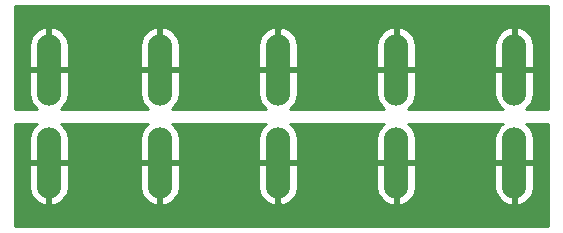
<source format=gbr>
G04 #@! TF.GenerationSoftware,KiCad,Pcbnew,5.1.5-52549c5~84~ubuntu18.04.1*
G04 #@! TF.CreationDate,2020-03-21T09:25:11-06:00*
G04 #@! TF.ProjectId,anderson_distribution_board,616e6465-7273-46f6-9e5f-646973747269,rev?*
G04 #@! TF.SameCoordinates,Original*
G04 #@! TF.FileFunction,Copper,L2,Bot*
G04 #@! TF.FilePolarity,Positive*
%FSLAX46Y46*%
G04 Gerber Fmt 4.6, Leading zero omitted, Abs format (unit mm)*
G04 Created by KiCad (PCBNEW 5.1.5-52549c5~84~ubuntu18.04.1) date 2020-03-21 09:25:11*
%MOMM*%
%LPD*%
G04 APERTURE LIST*
%ADD10O,2.070000X6.030000*%
%ADD11C,0.254000*%
G04 APERTURE END LIST*
D10*
X112000000Y-73050000D03*
X112000000Y-80950000D03*
X151400000Y-73050000D03*
X151400000Y-80950000D03*
X141400000Y-73050000D03*
X141400000Y-80950000D03*
X131400000Y-73050000D03*
X131400000Y-80950000D03*
X121400000Y-73050000D03*
X121400000Y-80950000D03*
D11*
G36*
X110908934Y-77699329D02*
G01*
X110682003Y-77936601D01*
X110505722Y-78213586D01*
X110386865Y-78519639D01*
X110330000Y-78843000D01*
X110330000Y-80823000D01*
X111873000Y-80823000D01*
X111873000Y-80803000D01*
X112127000Y-80803000D01*
X112127000Y-80823000D01*
X113670000Y-80823000D01*
X113670000Y-78843000D01*
X113613135Y-78519639D01*
X113494278Y-78213586D01*
X113317997Y-77936601D01*
X113091066Y-77699329D01*
X112987870Y-77627000D01*
X120412130Y-77627000D01*
X120308934Y-77699329D01*
X120082003Y-77936601D01*
X119905722Y-78213586D01*
X119786865Y-78519639D01*
X119730000Y-78843000D01*
X119730000Y-80823000D01*
X121273000Y-80823000D01*
X121273000Y-80803000D01*
X121527000Y-80803000D01*
X121527000Y-80823000D01*
X123070000Y-80823000D01*
X123070000Y-78843000D01*
X123013135Y-78519639D01*
X122894278Y-78213586D01*
X122717997Y-77936601D01*
X122491066Y-77699329D01*
X122387870Y-77627000D01*
X130412130Y-77627000D01*
X130308934Y-77699329D01*
X130082003Y-77936601D01*
X129905722Y-78213586D01*
X129786865Y-78519639D01*
X129730000Y-78843000D01*
X129730000Y-80823000D01*
X131273000Y-80823000D01*
X131273000Y-80803000D01*
X131527000Y-80803000D01*
X131527000Y-80823000D01*
X133070000Y-80823000D01*
X133070000Y-78843000D01*
X133013135Y-78519639D01*
X132894278Y-78213586D01*
X132717997Y-77936601D01*
X132491066Y-77699329D01*
X132387870Y-77627000D01*
X140412130Y-77627000D01*
X140308934Y-77699329D01*
X140082003Y-77936601D01*
X139905722Y-78213586D01*
X139786865Y-78519639D01*
X139730000Y-78843000D01*
X139730000Y-80823000D01*
X141273000Y-80823000D01*
X141273000Y-80803000D01*
X141527000Y-80803000D01*
X141527000Y-80823000D01*
X143070000Y-80823000D01*
X143070000Y-78843000D01*
X143013135Y-78519639D01*
X142894278Y-78213586D01*
X142717997Y-77936601D01*
X142491066Y-77699329D01*
X142387870Y-77627000D01*
X150412130Y-77627000D01*
X150308934Y-77699329D01*
X150082003Y-77936601D01*
X149905722Y-78213586D01*
X149786865Y-78519639D01*
X149730000Y-78843000D01*
X149730000Y-80823000D01*
X151273000Y-80823000D01*
X151273000Y-80803000D01*
X151527000Y-80803000D01*
X151527000Y-80823000D01*
X153070000Y-80823000D01*
X153070000Y-78843000D01*
X153013135Y-78519639D01*
X152894278Y-78213586D01*
X152717997Y-77936601D01*
X152491066Y-77699329D01*
X152387870Y-77627000D01*
X154290001Y-77627000D01*
X154290001Y-86290000D01*
X109127000Y-86290000D01*
X109127000Y-81077000D01*
X110330000Y-81077000D01*
X110330000Y-83057000D01*
X110386865Y-83380361D01*
X110505722Y-83686414D01*
X110682003Y-83963399D01*
X110908934Y-84200671D01*
X111177794Y-84389112D01*
X111478251Y-84521480D01*
X111614075Y-84554796D01*
X111873000Y-84435904D01*
X111873000Y-81077000D01*
X112127000Y-81077000D01*
X112127000Y-84435904D01*
X112385925Y-84554796D01*
X112521749Y-84521480D01*
X112822206Y-84389112D01*
X113091066Y-84200671D01*
X113317997Y-83963399D01*
X113494278Y-83686414D01*
X113613135Y-83380361D01*
X113670000Y-83057000D01*
X113670000Y-81077000D01*
X119730000Y-81077000D01*
X119730000Y-83057000D01*
X119786865Y-83380361D01*
X119905722Y-83686414D01*
X120082003Y-83963399D01*
X120308934Y-84200671D01*
X120577794Y-84389112D01*
X120878251Y-84521480D01*
X121014075Y-84554796D01*
X121273000Y-84435904D01*
X121273000Y-81077000D01*
X121527000Y-81077000D01*
X121527000Y-84435904D01*
X121785925Y-84554796D01*
X121921749Y-84521480D01*
X122222206Y-84389112D01*
X122491066Y-84200671D01*
X122717997Y-83963399D01*
X122894278Y-83686414D01*
X123013135Y-83380361D01*
X123070000Y-83057000D01*
X123070000Y-81077000D01*
X129730000Y-81077000D01*
X129730000Y-83057000D01*
X129786865Y-83380361D01*
X129905722Y-83686414D01*
X130082003Y-83963399D01*
X130308934Y-84200671D01*
X130577794Y-84389112D01*
X130878251Y-84521480D01*
X131014075Y-84554796D01*
X131273000Y-84435904D01*
X131273000Y-81077000D01*
X131527000Y-81077000D01*
X131527000Y-84435904D01*
X131785925Y-84554796D01*
X131921749Y-84521480D01*
X132222206Y-84389112D01*
X132491066Y-84200671D01*
X132717997Y-83963399D01*
X132894278Y-83686414D01*
X133013135Y-83380361D01*
X133070000Y-83057000D01*
X133070000Y-81077000D01*
X139730000Y-81077000D01*
X139730000Y-83057000D01*
X139786865Y-83380361D01*
X139905722Y-83686414D01*
X140082003Y-83963399D01*
X140308934Y-84200671D01*
X140577794Y-84389112D01*
X140878251Y-84521480D01*
X141014075Y-84554796D01*
X141273000Y-84435904D01*
X141273000Y-81077000D01*
X141527000Y-81077000D01*
X141527000Y-84435904D01*
X141785925Y-84554796D01*
X141921749Y-84521480D01*
X142222206Y-84389112D01*
X142491066Y-84200671D01*
X142717997Y-83963399D01*
X142894278Y-83686414D01*
X143013135Y-83380361D01*
X143070000Y-83057000D01*
X143070000Y-81077000D01*
X149730000Y-81077000D01*
X149730000Y-83057000D01*
X149786865Y-83380361D01*
X149905722Y-83686414D01*
X150082003Y-83963399D01*
X150308934Y-84200671D01*
X150577794Y-84389112D01*
X150878251Y-84521480D01*
X151014075Y-84554796D01*
X151273000Y-84435904D01*
X151273000Y-81077000D01*
X151527000Y-81077000D01*
X151527000Y-84435904D01*
X151785925Y-84554796D01*
X151921749Y-84521480D01*
X152222206Y-84389112D01*
X152491066Y-84200671D01*
X152717997Y-83963399D01*
X152894278Y-83686414D01*
X153013135Y-83380361D01*
X153070000Y-83057000D01*
X153070000Y-81077000D01*
X151527000Y-81077000D01*
X151273000Y-81077000D01*
X149730000Y-81077000D01*
X143070000Y-81077000D01*
X141527000Y-81077000D01*
X141273000Y-81077000D01*
X139730000Y-81077000D01*
X133070000Y-81077000D01*
X131527000Y-81077000D01*
X131273000Y-81077000D01*
X129730000Y-81077000D01*
X123070000Y-81077000D01*
X121527000Y-81077000D01*
X121273000Y-81077000D01*
X119730000Y-81077000D01*
X113670000Y-81077000D01*
X112127000Y-81077000D01*
X111873000Y-81077000D01*
X110330000Y-81077000D01*
X109127000Y-81077000D01*
X109127000Y-77627000D01*
X111012130Y-77627000D01*
X110908934Y-77699329D01*
G37*
X110908934Y-77699329D02*
X110682003Y-77936601D01*
X110505722Y-78213586D01*
X110386865Y-78519639D01*
X110330000Y-78843000D01*
X110330000Y-80823000D01*
X111873000Y-80823000D01*
X111873000Y-80803000D01*
X112127000Y-80803000D01*
X112127000Y-80823000D01*
X113670000Y-80823000D01*
X113670000Y-78843000D01*
X113613135Y-78519639D01*
X113494278Y-78213586D01*
X113317997Y-77936601D01*
X113091066Y-77699329D01*
X112987870Y-77627000D01*
X120412130Y-77627000D01*
X120308934Y-77699329D01*
X120082003Y-77936601D01*
X119905722Y-78213586D01*
X119786865Y-78519639D01*
X119730000Y-78843000D01*
X119730000Y-80823000D01*
X121273000Y-80823000D01*
X121273000Y-80803000D01*
X121527000Y-80803000D01*
X121527000Y-80823000D01*
X123070000Y-80823000D01*
X123070000Y-78843000D01*
X123013135Y-78519639D01*
X122894278Y-78213586D01*
X122717997Y-77936601D01*
X122491066Y-77699329D01*
X122387870Y-77627000D01*
X130412130Y-77627000D01*
X130308934Y-77699329D01*
X130082003Y-77936601D01*
X129905722Y-78213586D01*
X129786865Y-78519639D01*
X129730000Y-78843000D01*
X129730000Y-80823000D01*
X131273000Y-80823000D01*
X131273000Y-80803000D01*
X131527000Y-80803000D01*
X131527000Y-80823000D01*
X133070000Y-80823000D01*
X133070000Y-78843000D01*
X133013135Y-78519639D01*
X132894278Y-78213586D01*
X132717997Y-77936601D01*
X132491066Y-77699329D01*
X132387870Y-77627000D01*
X140412130Y-77627000D01*
X140308934Y-77699329D01*
X140082003Y-77936601D01*
X139905722Y-78213586D01*
X139786865Y-78519639D01*
X139730000Y-78843000D01*
X139730000Y-80823000D01*
X141273000Y-80823000D01*
X141273000Y-80803000D01*
X141527000Y-80803000D01*
X141527000Y-80823000D01*
X143070000Y-80823000D01*
X143070000Y-78843000D01*
X143013135Y-78519639D01*
X142894278Y-78213586D01*
X142717997Y-77936601D01*
X142491066Y-77699329D01*
X142387870Y-77627000D01*
X150412130Y-77627000D01*
X150308934Y-77699329D01*
X150082003Y-77936601D01*
X149905722Y-78213586D01*
X149786865Y-78519639D01*
X149730000Y-78843000D01*
X149730000Y-80823000D01*
X151273000Y-80823000D01*
X151273000Y-80803000D01*
X151527000Y-80803000D01*
X151527000Y-80823000D01*
X153070000Y-80823000D01*
X153070000Y-78843000D01*
X153013135Y-78519639D01*
X152894278Y-78213586D01*
X152717997Y-77936601D01*
X152491066Y-77699329D01*
X152387870Y-77627000D01*
X154290001Y-77627000D01*
X154290001Y-86290000D01*
X109127000Y-86290000D01*
X109127000Y-81077000D01*
X110330000Y-81077000D01*
X110330000Y-83057000D01*
X110386865Y-83380361D01*
X110505722Y-83686414D01*
X110682003Y-83963399D01*
X110908934Y-84200671D01*
X111177794Y-84389112D01*
X111478251Y-84521480D01*
X111614075Y-84554796D01*
X111873000Y-84435904D01*
X111873000Y-81077000D01*
X112127000Y-81077000D01*
X112127000Y-84435904D01*
X112385925Y-84554796D01*
X112521749Y-84521480D01*
X112822206Y-84389112D01*
X113091066Y-84200671D01*
X113317997Y-83963399D01*
X113494278Y-83686414D01*
X113613135Y-83380361D01*
X113670000Y-83057000D01*
X113670000Y-81077000D01*
X119730000Y-81077000D01*
X119730000Y-83057000D01*
X119786865Y-83380361D01*
X119905722Y-83686414D01*
X120082003Y-83963399D01*
X120308934Y-84200671D01*
X120577794Y-84389112D01*
X120878251Y-84521480D01*
X121014075Y-84554796D01*
X121273000Y-84435904D01*
X121273000Y-81077000D01*
X121527000Y-81077000D01*
X121527000Y-84435904D01*
X121785925Y-84554796D01*
X121921749Y-84521480D01*
X122222206Y-84389112D01*
X122491066Y-84200671D01*
X122717997Y-83963399D01*
X122894278Y-83686414D01*
X123013135Y-83380361D01*
X123070000Y-83057000D01*
X123070000Y-81077000D01*
X129730000Y-81077000D01*
X129730000Y-83057000D01*
X129786865Y-83380361D01*
X129905722Y-83686414D01*
X130082003Y-83963399D01*
X130308934Y-84200671D01*
X130577794Y-84389112D01*
X130878251Y-84521480D01*
X131014075Y-84554796D01*
X131273000Y-84435904D01*
X131273000Y-81077000D01*
X131527000Y-81077000D01*
X131527000Y-84435904D01*
X131785925Y-84554796D01*
X131921749Y-84521480D01*
X132222206Y-84389112D01*
X132491066Y-84200671D01*
X132717997Y-83963399D01*
X132894278Y-83686414D01*
X133013135Y-83380361D01*
X133070000Y-83057000D01*
X133070000Y-81077000D01*
X139730000Y-81077000D01*
X139730000Y-83057000D01*
X139786865Y-83380361D01*
X139905722Y-83686414D01*
X140082003Y-83963399D01*
X140308934Y-84200671D01*
X140577794Y-84389112D01*
X140878251Y-84521480D01*
X141014075Y-84554796D01*
X141273000Y-84435904D01*
X141273000Y-81077000D01*
X141527000Y-81077000D01*
X141527000Y-84435904D01*
X141785925Y-84554796D01*
X141921749Y-84521480D01*
X142222206Y-84389112D01*
X142491066Y-84200671D01*
X142717997Y-83963399D01*
X142894278Y-83686414D01*
X143013135Y-83380361D01*
X143070000Y-83057000D01*
X143070000Y-81077000D01*
X149730000Y-81077000D01*
X149730000Y-83057000D01*
X149786865Y-83380361D01*
X149905722Y-83686414D01*
X150082003Y-83963399D01*
X150308934Y-84200671D01*
X150577794Y-84389112D01*
X150878251Y-84521480D01*
X151014075Y-84554796D01*
X151273000Y-84435904D01*
X151273000Y-81077000D01*
X151527000Y-81077000D01*
X151527000Y-84435904D01*
X151785925Y-84554796D01*
X151921749Y-84521480D01*
X152222206Y-84389112D01*
X152491066Y-84200671D01*
X152717997Y-83963399D01*
X152894278Y-83686414D01*
X153013135Y-83380361D01*
X153070000Y-83057000D01*
X153070000Y-81077000D01*
X151527000Y-81077000D01*
X151273000Y-81077000D01*
X149730000Y-81077000D01*
X143070000Y-81077000D01*
X141527000Y-81077000D01*
X141273000Y-81077000D01*
X139730000Y-81077000D01*
X133070000Y-81077000D01*
X131527000Y-81077000D01*
X131273000Y-81077000D01*
X129730000Y-81077000D01*
X123070000Y-81077000D01*
X121527000Y-81077000D01*
X121273000Y-81077000D01*
X119730000Y-81077000D01*
X113670000Y-81077000D01*
X112127000Y-81077000D01*
X111873000Y-81077000D01*
X110330000Y-81077000D01*
X109127000Y-81077000D01*
X109127000Y-77627000D01*
X111012130Y-77627000D01*
X110908934Y-77699329D01*
G36*
X154290000Y-76373000D02*
G01*
X152387870Y-76373000D01*
X152491066Y-76300671D01*
X152717997Y-76063399D01*
X152894278Y-75786414D01*
X153013135Y-75480361D01*
X153070000Y-75157000D01*
X153070000Y-73177000D01*
X151527000Y-73177000D01*
X151527000Y-73197000D01*
X151273000Y-73197000D01*
X151273000Y-73177000D01*
X149730000Y-73177000D01*
X149730000Y-75157000D01*
X149786865Y-75480361D01*
X149905722Y-75786414D01*
X150082003Y-76063399D01*
X150308934Y-76300671D01*
X150412130Y-76373000D01*
X142387870Y-76373000D01*
X142491066Y-76300671D01*
X142717997Y-76063399D01*
X142894278Y-75786414D01*
X143013135Y-75480361D01*
X143070000Y-75157000D01*
X143070000Y-73177000D01*
X141527000Y-73177000D01*
X141527000Y-73197000D01*
X141273000Y-73197000D01*
X141273000Y-73177000D01*
X139730000Y-73177000D01*
X139730000Y-75157000D01*
X139786865Y-75480361D01*
X139905722Y-75786414D01*
X140082003Y-76063399D01*
X140308934Y-76300671D01*
X140412130Y-76373000D01*
X132387870Y-76373000D01*
X132491066Y-76300671D01*
X132717997Y-76063399D01*
X132894278Y-75786414D01*
X133013135Y-75480361D01*
X133070000Y-75157000D01*
X133070000Y-73177000D01*
X131527000Y-73177000D01*
X131527000Y-73197000D01*
X131273000Y-73197000D01*
X131273000Y-73177000D01*
X129730000Y-73177000D01*
X129730000Y-75157000D01*
X129786865Y-75480361D01*
X129905722Y-75786414D01*
X130082003Y-76063399D01*
X130308934Y-76300671D01*
X130412130Y-76373000D01*
X122387870Y-76373000D01*
X122491066Y-76300671D01*
X122717997Y-76063399D01*
X122894278Y-75786414D01*
X123013135Y-75480361D01*
X123070000Y-75157000D01*
X123070000Y-73177000D01*
X121527000Y-73177000D01*
X121527000Y-73197000D01*
X121273000Y-73197000D01*
X121273000Y-73177000D01*
X119730000Y-73177000D01*
X119730000Y-75157000D01*
X119786865Y-75480361D01*
X119905722Y-75786414D01*
X120082003Y-76063399D01*
X120308934Y-76300671D01*
X120412130Y-76373000D01*
X112987870Y-76373000D01*
X113091066Y-76300671D01*
X113317997Y-76063399D01*
X113494278Y-75786414D01*
X113613135Y-75480361D01*
X113670000Y-75157000D01*
X113670000Y-73177000D01*
X112127000Y-73177000D01*
X112127000Y-73197000D01*
X111873000Y-73197000D01*
X111873000Y-73177000D01*
X110330000Y-73177000D01*
X110330000Y-75157000D01*
X110386865Y-75480361D01*
X110505722Y-75786414D01*
X110682003Y-76063399D01*
X110908934Y-76300671D01*
X111012130Y-76373000D01*
X109127000Y-76373000D01*
X109127000Y-70943000D01*
X110330000Y-70943000D01*
X110330000Y-72923000D01*
X111873000Y-72923000D01*
X111873000Y-69564096D01*
X112127000Y-69564096D01*
X112127000Y-72923000D01*
X113670000Y-72923000D01*
X113670000Y-70943000D01*
X119730000Y-70943000D01*
X119730000Y-72923000D01*
X121273000Y-72923000D01*
X121273000Y-69564096D01*
X121527000Y-69564096D01*
X121527000Y-72923000D01*
X123070000Y-72923000D01*
X123070000Y-70943000D01*
X129730000Y-70943000D01*
X129730000Y-72923000D01*
X131273000Y-72923000D01*
X131273000Y-69564096D01*
X131527000Y-69564096D01*
X131527000Y-72923000D01*
X133070000Y-72923000D01*
X133070000Y-70943000D01*
X139730000Y-70943000D01*
X139730000Y-72923000D01*
X141273000Y-72923000D01*
X141273000Y-69564096D01*
X141527000Y-69564096D01*
X141527000Y-72923000D01*
X143070000Y-72923000D01*
X143070000Y-70943000D01*
X149730000Y-70943000D01*
X149730000Y-72923000D01*
X151273000Y-72923000D01*
X151273000Y-69564096D01*
X151527000Y-69564096D01*
X151527000Y-72923000D01*
X153070000Y-72923000D01*
X153070000Y-70943000D01*
X153013135Y-70619639D01*
X152894278Y-70313586D01*
X152717997Y-70036601D01*
X152491066Y-69799329D01*
X152222206Y-69610888D01*
X151921749Y-69478520D01*
X151785925Y-69445204D01*
X151527000Y-69564096D01*
X151273000Y-69564096D01*
X151014075Y-69445204D01*
X150878251Y-69478520D01*
X150577794Y-69610888D01*
X150308934Y-69799329D01*
X150082003Y-70036601D01*
X149905722Y-70313586D01*
X149786865Y-70619639D01*
X149730000Y-70943000D01*
X143070000Y-70943000D01*
X143013135Y-70619639D01*
X142894278Y-70313586D01*
X142717997Y-70036601D01*
X142491066Y-69799329D01*
X142222206Y-69610888D01*
X141921749Y-69478520D01*
X141785925Y-69445204D01*
X141527000Y-69564096D01*
X141273000Y-69564096D01*
X141014075Y-69445204D01*
X140878251Y-69478520D01*
X140577794Y-69610888D01*
X140308934Y-69799329D01*
X140082003Y-70036601D01*
X139905722Y-70313586D01*
X139786865Y-70619639D01*
X139730000Y-70943000D01*
X133070000Y-70943000D01*
X133013135Y-70619639D01*
X132894278Y-70313586D01*
X132717997Y-70036601D01*
X132491066Y-69799329D01*
X132222206Y-69610888D01*
X131921749Y-69478520D01*
X131785925Y-69445204D01*
X131527000Y-69564096D01*
X131273000Y-69564096D01*
X131014075Y-69445204D01*
X130878251Y-69478520D01*
X130577794Y-69610888D01*
X130308934Y-69799329D01*
X130082003Y-70036601D01*
X129905722Y-70313586D01*
X129786865Y-70619639D01*
X129730000Y-70943000D01*
X123070000Y-70943000D01*
X123013135Y-70619639D01*
X122894278Y-70313586D01*
X122717997Y-70036601D01*
X122491066Y-69799329D01*
X122222206Y-69610888D01*
X121921749Y-69478520D01*
X121785925Y-69445204D01*
X121527000Y-69564096D01*
X121273000Y-69564096D01*
X121014075Y-69445204D01*
X120878251Y-69478520D01*
X120577794Y-69610888D01*
X120308934Y-69799329D01*
X120082003Y-70036601D01*
X119905722Y-70313586D01*
X119786865Y-70619639D01*
X119730000Y-70943000D01*
X113670000Y-70943000D01*
X113613135Y-70619639D01*
X113494278Y-70313586D01*
X113317997Y-70036601D01*
X113091066Y-69799329D01*
X112822206Y-69610888D01*
X112521749Y-69478520D01*
X112385925Y-69445204D01*
X112127000Y-69564096D01*
X111873000Y-69564096D01*
X111614075Y-69445204D01*
X111478251Y-69478520D01*
X111177794Y-69610888D01*
X110908934Y-69799329D01*
X110682003Y-70036601D01*
X110505722Y-70313586D01*
X110386865Y-70619639D01*
X110330000Y-70943000D01*
X109127000Y-70943000D01*
X109127000Y-67710000D01*
X154290000Y-67710000D01*
X154290000Y-76373000D01*
G37*
X154290000Y-76373000D02*
X152387870Y-76373000D01*
X152491066Y-76300671D01*
X152717997Y-76063399D01*
X152894278Y-75786414D01*
X153013135Y-75480361D01*
X153070000Y-75157000D01*
X153070000Y-73177000D01*
X151527000Y-73177000D01*
X151527000Y-73197000D01*
X151273000Y-73197000D01*
X151273000Y-73177000D01*
X149730000Y-73177000D01*
X149730000Y-75157000D01*
X149786865Y-75480361D01*
X149905722Y-75786414D01*
X150082003Y-76063399D01*
X150308934Y-76300671D01*
X150412130Y-76373000D01*
X142387870Y-76373000D01*
X142491066Y-76300671D01*
X142717997Y-76063399D01*
X142894278Y-75786414D01*
X143013135Y-75480361D01*
X143070000Y-75157000D01*
X143070000Y-73177000D01*
X141527000Y-73177000D01*
X141527000Y-73197000D01*
X141273000Y-73197000D01*
X141273000Y-73177000D01*
X139730000Y-73177000D01*
X139730000Y-75157000D01*
X139786865Y-75480361D01*
X139905722Y-75786414D01*
X140082003Y-76063399D01*
X140308934Y-76300671D01*
X140412130Y-76373000D01*
X132387870Y-76373000D01*
X132491066Y-76300671D01*
X132717997Y-76063399D01*
X132894278Y-75786414D01*
X133013135Y-75480361D01*
X133070000Y-75157000D01*
X133070000Y-73177000D01*
X131527000Y-73177000D01*
X131527000Y-73197000D01*
X131273000Y-73197000D01*
X131273000Y-73177000D01*
X129730000Y-73177000D01*
X129730000Y-75157000D01*
X129786865Y-75480361D01*
X129905722Y-75786414D01*
X130082003Y-76063399D01*
X130308934Y-76300671D01*
X130412130Y-76373000D01*
X122387870Y-76373000D01*
X122491066Y-76300671D01*
X122717997Y-76063399D01*
X122894278Y-75786414D01*
X123013135Y-75480361D01*
X123070000Y-75157000D01*
X123070000Y-73177000D01*
X121527000Y-73177000D01*
X121527000Y-73197000D01*
X121273000Y-73197000D01*
X121273000Y-73177000D01*
X119730000Y-73177000D01*
X119730000Y-75157000D01*
X119786865Y-75480361D01*
X119905722Y-75786414D01*
X120082003Y-76063399D01*
X120308934Y-76300671D01*
X120412130Y-76373000D01*
X112987870Y-76373000D01*
X113091066Y-76300671D01*
X113317997Y-76063399D01*
X113494278Y-75786414D01*
X113613135Y-75480361D01*
X113670000Y-75157000D01*
X113670000Y-73177000D01*
X112127000Y-73177000D01*
X112127000Y-73197000D01*
X111873000Y-73197000D01*
X111873000Y-73177000D01*
X110330000Y-73177000D01*
X110330000Y-75157000D01*
X110386865Y-75480361D01*
X110505722Y-75786414D01*
X110682003Y-76063399D01*
X110908934Y-76300671D01*
X111012130Y-76373000D01*
X109127000Y-76373000D01*
X109127000Y-70943000D01*
X110330000Y-70943000D01*
X110330000Y-72923000D01*
X111873000Y-72923000D01*
X111873000Y-69564096D01*
X112127000Y-69564096D01*
X112127000Y-72923000D01*
X113670000Y-72923000D01*
X113670000Y-70943000D01*
X119730000Y-70943000D01*
X119730000Y-72923000D01*
X121273000Y-72923000D01*
X121273000Y-69564096D01*
X121527000Y-69564096D01*
X121527000Y-72923000D01*
X123070000Y-72923000D01*
X123070000Y-70943000D01*
X129730000Y-70943000D01*
X129730000Y-72923000D01*
X131273000Y-72923000D01*
X131273000Y-69564096D01*
X131527000Y-69564096D01*
X131527000Y-72923000D01*
X133070000Y-72923000D01*
X133070000Y-70943000D01*
X139730000Y-70943000D01*
X139730000Y-72923000D01*
X141273000Y-72923000D01*
X141273000Y-69564096D01*
X141527000Y-69564096D01*
X141527000Y-72923000D01*
X143070000Y-72923000D01*
X143070000Y-70943000D01*
X149730000Y-70943000D01*
X149730000Y-72923000D01*
X151273000Y-72923000D01*
X151273000Y-69564096D01*
X151527000Y-69564096D01*
X151527000Y-72923000D01*
X153070000Y-72923000D01*
X153070000Y-70943000D01*
X153013135Y-70619639D01*
X152894278Y-70313586D01*
X152717997Y-70036601D01*
X152491066Y-69799329D01*
X152222206Y-69610888D01*
X151921749Y-69478520D01*
X151785925Y-69445204D01*
X151527000Y-69564096D01*
X151273000Y-69564096D01*
X151014075Y-69445204D01*
X150878251Y-69478520D01*
X150577794Y-69610888D01*
X150308934Y-69799329D01*
X150082003Y-70036601D01*
X149905722Y-70313586D01*
X149786865Y-70619639D01*
X149730000Y-70943000D01*
X143070000Y-70943000D01*
X143013135Y-70619639D01*
X142894278Y-70313586D01*
X142717997Y-70036601D01*
X142491066Y-69799329D01*
X142222206Y-69610888D01*
X141921749Y-69478520D01*
X141785925Y-69445204D01*
X141527000Y-69564096D01*
X141273000Y-69564096D01*
X141014075Y-69445204D01*
X140878251Y-69478520D01*
X140577794Y-69610888D01*
X140308934Y-69799329D01*
X140082003Y-70036601D01*
X139905722Y-70313586D01*
X139786865Y-70619639D01*
X139730000Y-70943000D01*
X133070000Y-70943000D01*
X133013135Y-70619639D01*
X132894278Y-70313586D01*
X132717997Y-70036601D01*
X132491066Y-69799329D01*
X132222206Y-69610888D01*
X131921749Y-69478520D01*
X131785925Y-69445204D01*
X131527000Y-69564096D01*
X131273000Y-69564096D01*
X131014075Y-69445204D01*
X130878251Y-69478520D01*
X130577794Y-69610888D01*
X130308934Y-69799329D01*
X130082003Y-70036601D01*
X129905722Y-70313586D01*
X129786865Y-70619639D01*
X129730000Y-70943000D01*
X123070000Y-70943000D01*
X123013135Y-70619639D01*
X122894278Y-70313586D01*
X122717997Y-70036601D01*
X122491066Y-69799329D01*
X122222206Y-69610888D01*
X121921749Y-69478520D01*
X121785925Y-69445204D01*
X121527000Y-69564096D01*
X121273000Y-69564096D01*
X121014075Y-69445204D01*
X120878251Y-69478520D01*
X120577794Y-69610888D01*
X120308934Y-69799329D01*
X120082003Y-70036601D01*
X119905722Y-70313586D01*
X119786865Y-70619639D01*
X119730000Y-70943000D01*
X113670000Y-70943000D01*
X113613135Y-70619639D01*
X113494278Y-70313586D01*
X113317997Y-70036601D01*
X113091066Y-69799329D01*
X112822206Y-69610888D01*
X112521749Y-69478520D01*
X112385925Y-69445204D01*
X112127000Y-69564096D01*
X111873000Y-69564096D01*
X111614075Y-69445204D01*
X111478251Y-69478520D01*
X111177794Y-69610888D01*
X110908934Y-69799329D01*
X110682003Y-70036601D01*
X110505722Y-70313586D01*
X110386865Y-70619639D01*
X110330000Y-70943000D01*
X109127000Y-70943000D01*
X109127000Y-67710000D01*
X154290000Y-67710000D01*
X154290000Y-76373000D01*
M02*

</source>
